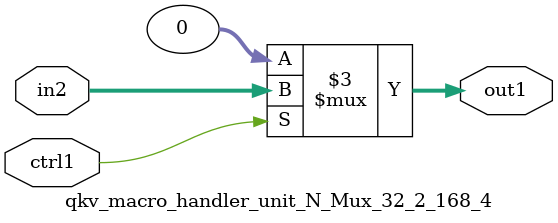
<source format=v>

`timescale 1ps / 1ps


module qkv_macro_handler_unit_N_Mux_32_2_168_4( in2, ctrl1, out1 );

    input [31:0] in2;
    input ctrl1;
    output [31:0] out1;
    reg [31:0] out1;

    
    // rtl_process:qkv_macro_handler_unit_N_Mux_32_2_168_4/qkv_macro_handler_unit_N_Mux_32_2_168_4_thread_1
    always @*
      begin : qkv_macro_handler_unit_N_Mux_32_2_168_4_thread_1
        case (ctrl1) 
          1'b1: 
            begin
              out1 = in2;
            end
          default: 
            begin
              out1 = 32'd0000000000;
            end
        endcase
      end

endmodule



</source>
